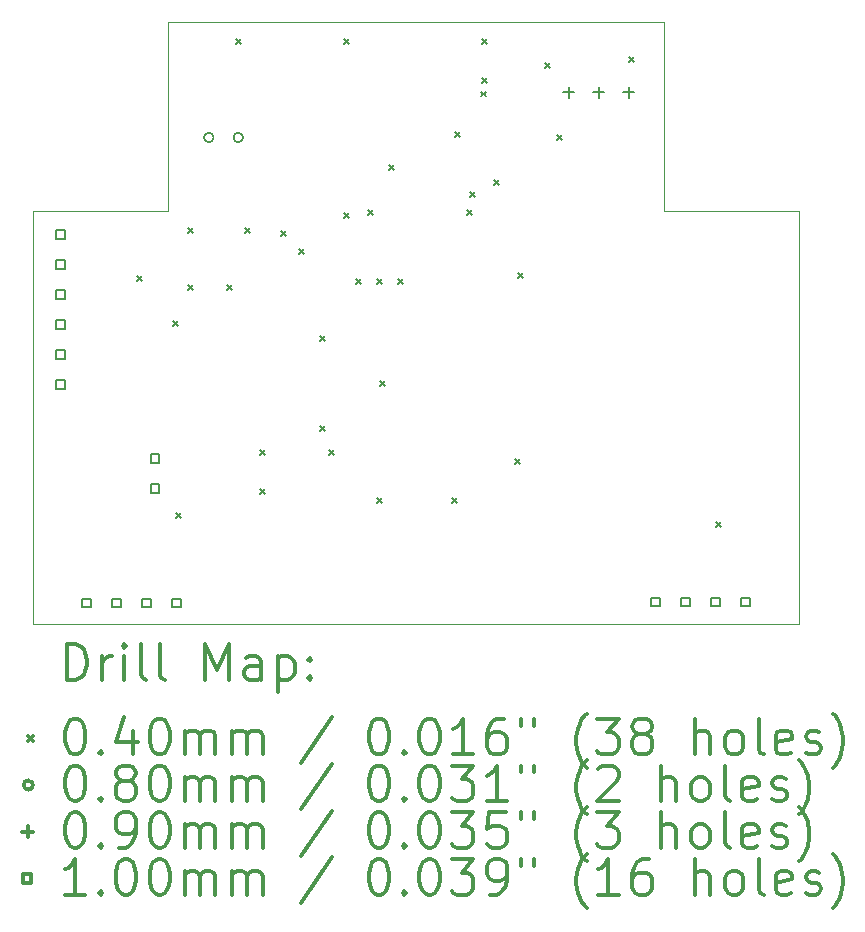
<source format=gbr>
%FSLAX45Y45*%
G04 Gerber Fmt 4.5, Leading zero omitted, Abs format (unit mm)*
G04 Created by KiCad (PCBNEW 5.1.9+dfsg1-1) date 2021-05-25 15:20:50*
%MOMM*%
%LPD*%
G01*
G04 APERTURE LIST*
%TA.AperFunction,Profile*%
%ADD10C,0.050000*%
%TD*%
%ADD11C,0.200000*%
%ADD12C,0.300000*%
G04 APERTURE END LIST*
D10*
X16910000Y-6440000D02*
X16910000Y-4840000D01*
X12710000Y-6440000D02*
X11570000Y-6440000D01*
X12710000Y-4840000D02*
X12710000Y-6440000D01*
X11570000Y-6440000D02*
X11570000Y-9940000D01*
X18050000Y-6440000D02*
X16910000Y-6440000D01*
X18050000Y-9940000D02*
X18050000Y-6440000D01*
X11570000Y-9940000D02*
X18050000Y-9940000D01*
X16910000Y-4840000D02*
X12710000Y-4840000D01*
D11*
X12451400Y-6990400D02*
X12491400Y-7030400D01*
X12491400Y-6990400D02*
X12451400Y-7030400D01*
X12756200Y-7371400D02*
X12796200Y-7411400D01*
X12796200Y-7371400D02*
X12756200Y-7411400D01*
X12781600Y-8997000D02*
X12821600Y-9037000D01*
X12821600Y-8997000D02*
X12781600Y-9037000D01*
X12883200Y-6584000D02*
X12923200Y-6624000D01*
X12923200Y-6584000D02*
X12883200Y-6624000D01*
X12883200Y-7066600D02*
X12923200Y-7106600D01*
X12923200Y-7066600D02*
X12883200Y-7106600D01*
X13213400Y-7066600D02*
X13253400Y-7106600D01*
X13253400Y-7066600D02*
X13213400Y-7106600D01*
X13289600Y-4983800D02*
X13329600Y-5023800D01*
X13329600Y-4983800D02*
X13289600Y-5023800D01*
X13365800Y-6584000D02*
X13405800Y-6624000D01*
X13405800Y-6584000D02*
X13365800Y-6624000D01*
X13492800Y-8463600D02*
X13532800Y-8503600D01*
X13532800Y-8463600D02*
X13492800Y-8503600D01*
X13492800Y-8793800D02*
X13532800Y-8833800D01*
X13532800Y-8793800D02*
X13492800Y-8833800D01*
X13670600Y-6609400D02*
X13710600Y-6649400D01*
X13710600Y-6609400D02*
X13670600Y-6649400D01*
X13823000Y-6761800D02*
X13863000Y-6801800D01*
X13863000Y-6761800D02*
X13823000Y-6801800D01*
X14000800Y-7498400D02*
X14040800Y-7538400D01*
X14040800Y-7498400D02*
X14000800Y-7538400D01*
X14000800Y-8260400D02*
X14040800Y-8300400D01*
X14040800Y-8260400D02*
X14000800Y-8300400D01*
X14077000Y-8463600D02*
X14117000Y-8503600D01*
X14117000Y-8463600D02*
X14077000Y-8503600D01*
X14204000Y-4983800D02*
X14244000Y-5023800D01*
X14244000Y-4983800D02*
X14204000Y-5023800D01*
X14204000Y-6457000D02*
X14244000Y-6497000D01*
X14244000Y-6457000D02*
X14204000Y-6497000D01*
X14305600Y-7015800D02*
X14345600Y-7055800D01*
X14345600Y-7015800D02*
X14305600Y-7055800D01*
X14407200Y-6431600D02*
X14447200Y-6471600D01*
X14447200Y-6431600D02*
X14407200Y-6471600D01*
X14483400Y-7015800D02*
X14523400Y-7055800D01*
X14523400Y-7015800D02*
X14483400Y-7055800D01*
X14483400Y-8870000D02*
X14523400Y-8910000D01*
X14523400Y-8870000D02*
X14483400Y-8910000D01*
X14508800Y-7879400D02*
X14548800Y-7919400D01*
X14548800Y-7879400D02*
X14508800Y-7919400D01*
X14585000Y-6050600D02*
X14625000Y-6090600D01*
X14625000Y-6050600D02*
X14585000Y-6090600D01*
X14661200Y-7015800D02*
X14701200Y-7055800D01*
X14701200Y-7015800D02*
X14661200Y-7055800D01*
X15118400Y-8870000D02*
X15158400Y-8910000D01*
X15158400Y-8870000D02*
X15118400Y-8910000D01*
X15143800Y-5771200D02*
X15183800Y-5811200D01*
X15183800Y-5771200D02*
X15143800Y-5811200D01*
X15245400Y-6431600D02*
X15285400Y-6471600D01*
X15285400Y-6431600D02*
X15245400Y-6471600D01*
X15270800Y-6279200D02*
X15310800Y-6319200D01*
X15310800Y-6279200D02*
X15270800Y-6319200D01*
X15360400Y-5427600D02*
X15400400Y-5467600D01*
X15400400Y-5427600D02*
X15360400Y-5467600D01*
X15372400Y-4983800D02*
X15412400Y-5023800D01*
X15412400Y-4983800D02*
X15372400Y-5023800D01*
X15372400Y-5314000D02*
X15412400Y-5354000D01*
X15412400Y-5314000D02*
X15372400Y-5354000D01*
X15474000Y-6177600D02*
X15514000Y-6217600D01*
X15514000Y-6177600D02*
X15474000Y-6217600D01*
X15651800Y-8539800D02*
X15691800Y-8579800D01*
X15691800Y-8539800D02*
X15651800Y-8579800D01*
X15677200Y-6965000D02*
X15717200Y-7005000D01*
X15717200Y-6965000D02*
X15677200Y-7005000D01*
X15905800Y-5187000D02*
X15945800Y-5227000D01*
X15945800Y-5187000D02*
X15905800Y-5227000D01*
X16007400Y-5796600D02*
X16047400Y-5836600D01*
X16047400Y-5796600D02*
X16007400Y-5836600D01*
X16617000Y-5136200D02*
X16657000Y-5176200D01*
X16657000Y-5136200D02*
X16617000Y-5176200D01*
X17353600Y-9073200D02*
X17393600Y-9113200D01*
X17393600Y-9073200D02*
X17353600Y-9113200D01*
X13095600Y-5816600D02*
G75*
G03*
X13095600Y-5816600I-40000J0D01*
G01*
X13345600Y-5816600D02*
G75*
G03*
X13345600Y-5816600I-40000J0D01*
G01*
X16103600Y-5390600D02*
X16103600Y-5480600D01*
X16058600Y-5435600D02*
X16148600Y-5435600D01*
X16357600Y-5390600D02*
X16357600Y-5480600D01*
X16312600Y-5435600D02*
X16402600Y-5435600D01*
X16611600Y-5390600D02*
X16611600Y-5480600D01*
X16566600Y-5435600D02*
X16656600Y-5435600D01*
X11836416Y-6674856D02*
X11836416Y-6604144D01*
X11765704Y-6604144D01*
X11765704Y-6674856D01*
X11836416Y-6674856D01*
X11836416Y-6928856D02*
X11836416Y-6858144D01*
X11765704Y-6858144D01*
X11765704Y-6928856D01*
X11836416Y-6928856D01*
X11836416Y-7182856D02*
X11836416Y-7112144D01*
X11765704Y-7112144D01*
X11765704Y-7182856D01*
X11836416Y-7182856D01*
X11836416Y-7436856D02*
X11836416Y-7366144D01*
X11765704Y-7366144D01*
X11765704Y-7436856D01*
X11836416Y-7436856D01*
X11836416Y-7690856D02*
X11836416Y-7620144D01*
X11765704Y-7620144D01*
X11765704Y-7690856D01*
X11836416Y-7690856D01*
X11836416Y-7944856D02*
X11836416Y-7874144D01*
X11765704Y-7874144D01*
X11765704Y-7944856D01*
X11836416Y-7944856D01*
X12055356Y-9795356D02*
X12055356Y-9724644D01*
X11984644Y-9724644D01*
X11984644Y-9795356D01*
X12055356Y-9795356D01*
X12309356Y-9795356D02*
X12309356Y-9724644D01*
X12238644Y-9724644D01*
X12238644Y-9795356D01*
X12309356Y-9795356D01*
X12563356Y-9795356D02*
X12563356Y-9724644D01*
X12492644Y-9724644D01*
X12492644Y-9795356D01*
X12563356Y-9795356D01*
X12633756Y-8569756D02*
X12633756Y-8499044D01*
X12563044Y-8499044D01*
X12563044Y-8569756D01*
X12633756Y-8569756D01*
X12633756Y-8823756D02*
X12633756Y-8753044D01*
X12563044Y-8753044D01*
X12563044Y-8823756D01*
X12633756Y-8823756D01*
X12817356Y-9795356D02*
X12817356Y-9724644D01*
X12746644Y-9724644D01*
X12746644Y-9795356D01*
X12817356Y-9795356D01*
X16873356Y-9785356D02*
X16873356Y-9714644D01*
X16802644Y-9714644D01*
X16802644Y-9785356D01*
X16873356Y-9785356D01*
X17127356Y-9785356D02*
X17127356Y-9714644D01*
X17056644Y-9714644D01*
X17056644Y-9785356D01*
X17127356Y-9785356D01*
X17381356Y-9785356D02*
X17381356Y-9714644D01*
X17310644Y-9714644D01*
X17310644Y-9785356D01*
X17381356Y-9785356D01*
X17635356Y-9785356D02*
X17635356Y-9714644D01*
X17564644Y-9714644D01*
X17564644Y-9785356D01*
X17635356Y-9785356D01*
D12*
X11853928Y-10408214D02*
X11853928Y-10108214D01*
X11925357Y-10108214D01*
X11968214Y-10122500D01*
X11996786Y-10151072D01*
X12011071Y-10179643D01*
X12025357Y-10236786D01*
X12025357Y-10279643D01*
X12011071Y-10336786D01*
X11996786Y-10365357D01*
X11968214Y-10393929D01*
X11925357Y-10408214D01*
X11853928Y-10408214D01*
X12153928Y-10408214D02*
X12153928Y-10208214D01*
X12153928Y-10265357D02*
X12168214Y-10236786D01*
X12182500Y-10222500D01*
X12211071Y-10208214D01*
X12239643Y-10208214D01*
X12339643Y-10408214D02*
X12339643Y-10208214D01*
X12339643Y-10108214D02*
X12325357Y-10122500D01*
X12339643Y-10136786D01*
X12353928Y-10122500D01*
X12339643Y-10108214D01*
X12339643Y-10136786D01*
X12525357Y-10408214D02*
X12496786Y-10393929D01*
X12482500Y-10365357D01*
X12482500Y-10108214D01*
X12682500Y-10408214D02*
X12653928Y-10393929D01*
X12639643Y-10365357D01*
X12639643Y-10108214D01*
X13025357Y-10408214D02*
X13025357Y-10108214D01*
X13125357Y-10322500D01*
X13225357Y-10108214D01*
X13225357Y-10408214D01*
X13496786Y-10408214D02*
X13496786Y-10251072D01*
X13482500Y-10222500D01*
X13453928Y-10208214D01*
X13396786Y-10208214D01*
X13368214Y-10222500D01*
X13496786Y-10393929D02*
X13468214Y-10408214D01*
X13396786Y-10408214D01*
X13368214Y-10393929D01*
X13353928Y-10365357D01*
X13353928Y-10336786D01*
X13368214Y-10308214D01*
X13396786Y-10293929D01*
X13468214Y-10293929D01*
X13496786Y-10279643D01*
X13639643Y-10208214D02*
X13639643Y-10508214D01*
X13639643Y-10222500D02*
X13668214Y-10208214D01*
X13725357Y-10208214D01*
X13753928Y-10222500D01*
X13768214Y-10236786D01*
X13782500Y-10265357D01*
X13782500Y-10351072D01*
X13768214Y-10379643D01*
X13753928Y-10393929D01*
X13725357Y-10408214D01*
X13668214Y-10408214D01*
X13639643Y-10393929D01*
X13911071Y-10379643D02*
X13925357Y-10393929D01*
X13911071Y-10408214D01*
X13896786Y-10393929D01*
X13911071Y-10379643D01*
X13911071Y-10408214D01*
X13911071Y-10222500D02*
X13925357Y-10236786D01*
X13911071Y-10251072D01*
X13896786Y-10236786D01*
X13911071Y-10222500D01*
X13911071Y-10251072D01*
X11527500Y-10882500D02*
X11567500Y-10922500D01*
X11567500Y-10882500D02*
X11527500Y-10922500D01*
X11911071Y-10738214D02*
X11939643Y-10738214D01*
X11968214Y-10752500D01*
X11982500Y-10766786D01*
X11996786Y-10795357D01*
X12011071Y-10852500D01*
X12011071Y-10923929D01*
X11996786Y-10981072D01*
X11982500Y-11009643D01*
X11968214Y-11023929D01*
X11939643Y-11038214D01*
X11911071Y-11038214D01*
X11882500Y-11023929D01*
X11868214Y-11009643D01*
X11853928Y-10981072D01*
X11839643Y-10923929D01*
X11839643Y-10852500D01*
X11853928Y-10795357D01*
X11868214Y-10766786D01*
X11882500Y-10752500D01*
X11911071Y-10738214D01*
X12139643Y-11009643D02*
X12153928Y-11023929D01*
X12139643Y-11038214D01*
X12125357Y-11023929D01*
X12139643Y-11009643D01*
X12139643Y-11038214D01*
X12411071Y-10838214D02*
X12411071Y-11038214D01*
X12339643Y-10723929D02*
X12268214Y-10938214D01*
X12453928Y-10938214D01*
X12625357Y-10738214D02*
X12653928Y-10738214D01*
X12682500Y-10752500D01*
X12696786Y-10766786D01*
X12711071Y-10795357D01*
X12725357Y-10852500D01*
X12725357Y-10923929D01*
X12711071Y-10981072D01*
X12696786Y-11009643D01*
X12682500Y-11023929D01*
X12653928Y-11038214D01*
X12625357Y-11038214D01*
X12596786Y-11023929D01*
X12582500Y-11009643D01*
X12568214Y-10981072D01*
X12553928Y-10923929D01*
X12553928Y-10852500D01*
X12568214Y-10795357D01*
X12582500Y-10766786D01*
X12596786Y-10752500D01*
X12625357Y-10738214D01*
X12853928Y-11038214D02*
X12853928Y-10838214D01*
X12853928Y-10866786D02*
X12868214Y-10852500D01*
X12896786Y-10838214D01*
X12939643Y-10838214D01*
X12968214Y-10852500D01*
X12982500Y-10881072D01*
X12982500Y-11038214D01*
X12982500Y-10881072D02*
X12996786Y-10852500D01*
X13025357Y-10838214D01*
X13068214Y-10838214D01*
X13096786Y-10852500D01*
X13111071Y-10881072D01*
X13111071Y-11038214D01*
X13253928Y-11038214D02*
X13253928Y-10838214D01*
X13253928Y-10866786D02*
X13268214Y-10852500D01*
X13296786Y-10838214D01*
X13339643Y-10838214D01*
X13368214Y-10852500D01*
X13382500Y-10881072D01*
X13382500Y-11038214D01*
X13382500Y-10881072D02*
X13396786Y-10852500D01*
X13425357Y-10838214D01*
X13468214Y-10838214D01*
X13496786Y-10852500D01*
X13511071Y-10881072D01*
X13511071Y-11038214D01*
X14096786Y-10723929D02*
X13839643Y-11109643D01*
X14482500Y-10738214D02*
X14511071Y-10738214D01*
X14539643Y-10752500D01*
X14553928Y-10766786D01*
X14568214Y-10795357D01*
X14582500Y-10852500D01*
X14582500Y-10923929D01*
X14568214Y-10981072D01*
X14553928Y-11009643D01*
X14539643Y-11023929D01*
X14511071Y-11038214D01*
X14482500Y-11038214D01*
X14453928Y-11023929D01*
X14439643Y-11009643D01*
X14425357Y-10981072D01*
X14411071Y-10923929D01*
X14411071Y-10852500D01*
X14425357Y-10795357D01*
X14439643Y-10766786D01*
X14453928Y-10752500D01*
X14482500Y-10738214D01*
X14711071Y-11009643D02*
X14725357Y-11023929D01*
X14711071Y-11038214D01*
X14696786Y-11023929D01*
X14711071Y-11009643D01*
X14711071Y-11038214D01*
X14911071Y-10738214D02*
X14939643Y-10738214D01*
X14968214Y-10752500D01*
X14982500Y-10766786D01*
X14996786Y-10795357D01*
X15011071Y-10852500D01*
X15011071Y-10923929D01*
X14996786Y-10981072D01*
X14982500Y-11009643D01*
X14968214Y-11023929D01*
X14939643Y-11038214D01*
X14911071Y-11038214D01*
X14882500Y-11023929D01*
X14868214Y-11009643D01*
X14853928Y-10981072D01*
X14839643Y-10923929D01*
X14839643Y-10852500D01*
X14853928Y-10795357D01*
X14868214Y-10766786D01*
X14882500Y-10752500D01*
X14911071Y-10738214D01*
X15296786Y-11038214D02*
X15125357Y-11038214D01*
X15211071Y-11038214D02*
X15211071Y-10738214D01*
X15182500Y-10781072D01*
X15153928Y-10809643D01*
X15125357Y-10823929D01*
X15553928Y-10738214D02*
X15496786Y-10738214D01*
X15468214Y-10752500D01*
X15453928Y-10766786D01*
X15425357Y-10809643D01*
X15411071Y-10866786D01*
X15411071Y-10981072D01*
X15425357Y-11009643D01*
X15439643Y-11023929D01*
X15468214Y-11038214D01*
X15525357Y-11038214D01*
X15553928Y-11023929D01*
X15568214Y-11009643D01*
X15582500Y-10981072D01*
X15582500Y-10909643D01*
X15568214Y-10881072D01*
X15553928Y-10866786D01*
X15525357Y-10852500D01*
X15468214Y-10852500D01*
X15439643Y-10866786D01*
X15425357Y-10881072D01*
X15411071Y-10909643D01*
X15696786Y-10738214D02*
X15696786Y-10795357D01*
X15811071Y-10738214D02*
X15811071Y-10795357D01*
X16253928Y-11152500D02*
X16239643Y-11138214D01*
X16211071Y-11095357D01*
X16196786Y-11066786D01*
X16182500Y-11023929D01*
X16168214Y-10952500D01*
X16168214Y-10895357D01*
X16182500Y-10823929D01*
X16196786Y-10781072D01*
X16211071Y-10752500D01*
X16239643Y-10709643D01*
X16253928Y-10695357D01*
X16339643Y-10738214D02*
X16525357Y-10738214D01*
X16425357Y-10852500D01*
X16468214Y-10852500D01*
X16496786Y-10866786D01*
X16511071Y-10881072D01*
X16525357Y-10909643D01*
X16525357Y-10981072D01*
X16511071Y-11009643D01*
X16496786Y-11023929D01*
X16468214Y-11038214D01*
X16382500Y-11038214D01*
X16353928Y-11023929D01*
X16339643Y-11009643D01*
X16696786Y-10866786D02*
X16668214Y-10852500D01*
X16653928Y-10838214D01*
X16639643Y-10809643D01*
X16639643Y-10795357D01*
X16653928Y-10766786D01*
X16668214Y-10752500D01*
X16696786Y-10738214D01*
X16753928Y-10738214D01*
X16782500Y-10752500D01*
X16796786Y-10766786D01*
X16811071Y-10795357D01*
X16811071Y-10809643D01*
X16796786Y-10838214D01*
X16782500Y-10852500D01*
X16753928Y-10866786D01*
X16696786Y-10866786D01*
X16668214Y-10881072D01*
X16653928Y-10895357D01*
X16639643Y-10923929D01*
X16639643Y-10981072D01*
X16653928Y-11009643D01*
X16668214Y-11023929D01*
X16696786Y-11038214D01*
X16753928Y-11038214D01*
X16782500Y-11023929D01*
X16796786Y-11009643D01*
X16811071Y-10981072D01*
X16811071Y-10923929D01*
X16796786Y-10895357D01*
X16782500Y-10881072D01*
X16753928Y-10866786D01*
X17168214Y-11038214D02*
X17168214Y-10738214D01*
X17296786Y-11038214D02*
X17296786Y-10881072D01*
X17282500Y-10852500D01*
X17253928Y-10838214D01*
X17211071Y-10838214D01*
X17182500Y-10852500D01*
X17168214Y-10866786D01*
X17482500Y-11038214D02*
X17453928Y-11023929D01*
X17439643Y-11009643D01*
X17425357Y-10981072D01*
X17425357Y-10895357D01*
X17439643Y-10866786D01*
X17453928Y-10852500D01*
X17482500Y-10838214D01*
X17525357Y-10838214D01*
X17553928Y-10852500D01*
X17568214Y-10866786D01*
X17582500Y-10895357D01*
X17582500Y-10981072D01*
X17568214Y-11009643D01*
X17553928Y-11023929D01*
X17525357Y-11038214D01*
X17482500Y-11038214D01*
X17753928Y-11038214D02*
X17725357Y-11023929D01*
X17711071Y-10995357D01*
X17711071Y-10738214D01*
X17982500Y-11023929D02*
X17953928Y-11038214D01*
X17896786Y-11038214D01*
X17868214Y-11023929D01*
X17853928Y-10995357D01*
X17853928Y-10881072D01*
X17868214Y-10852500D01*
X17896786Y-10838214D01*
X17953928Y-10838214D01*
X17982500Y-10852500D01*
X17996786Y-10881072D01*
X17996786Y-10909643D01*
X17853928Y-10938214D01*
X18111071Y-11023929D02*
X18139643Y-11038214D01*
X18196786Y-11038214D01*
X18225357Y-11023929D01*
X18239643Y-10995357D01*
X18239643Y-10981072D01*
X18225357Y-10952500D01*
X18196786Y-10938214D01*
X18153928Y-10938214D01*
X18125357Y-10923929D01*
X18111071Y-10895357D01*
X18111071Y-10881072D01*
X18125357Y-10852500D01*
X18153928Y-10838214D01*
X18196786Y-10838214D01*
X18225357Y-10852500D01*
X18339643Y-11152500D02*
X18353928Y-11138214D01*
X18382500Y-11095357D01*
X18396786Y-11066786D01*
X18411071Y-11023929D01*
X18425357Y-10952500D01*
X18425357Y-10895357D01*
X18411071Y-10823929D01*
X18396786Y-10781072D01*
X18382500Y-10752500D01*
X18353928Y-10709643D01*
X18339643Y-10695357D01*
X11567500Y-11298500D02*
G75*
G03*
X11567500Y-11298500I-40000J0D01*
G01*
X11911071Y-11134214D02*
X11939643Y-11134214D01*
X11968214Y-11148500D01*
X11982500Y-11162786D01*
X11996786Y-11191357D01*
X12011071Y-11248500D01*
X12011071Y-11319929D01*
X11996786Y-11377071D01*
X11982500Y-11405643D01*
X11968214Y-11419929D01*
X11939643Y-11434214D01*
X11911071Y-11434214D01*
X11882500Y-11419929D01*
X11868214Y-11405643D01*
X11853928Y-11377071D01*
X11839643Y-11319929D01*
X11839643Y-11248500D01*
X11853928Y-11191357D01*
X11868214Y-11162786D01*
X11882500Y-11148500D01*
X11911071Y-11134214D01*
X12139643Y-11405643D02*
X12153928Y-11419929D01*
X12139643Y-11434214D01*
X12125357Y-11419929D01*
X12139643Y-11405643D01*
X12139643Y-11434214D01*
X12325357Y-11262786D02*
X12296786Y-11248500D01*
X12282500Y-11234214D01*
X12268214Y-11205643D01*
X12268214Y-11191357D01*
X12282500Y-11162786D01*
X12296786Y-11148500D01*
X12325357Y-11134214D01*
X12382500Y-11134214D01*
X12411071Y-11148500D01*
X12425357Y-11162786D01*
X12439643Y-11191357D01*
X12439643Y-11205643D01*
X12425357Y-11234214D01*
X12411071Y-11248500D01*
X12382500Y-11262786D01*
X12325357Y-11262786D01*
X12296786Y-11277071D01*
X12282500Y-11291357D01*
X12268214Y-11319929D01*
X12268214Y-11377071D01*
X12282500Y-11405643D01*
X12296786Y-11419929D01*
X12325357Y-11434214D01*
X12382500Y-11434214D01*
X12411071Y-11419929D01*
X12425357Y-11405643D01*
X12439643Y-11377071D01*
X12439643Y-11319929D01*
X12425357Y-11291357D01*
X12411071Y-11277071D01*
X12382500Y-11262786D01*
X12625357Y-11134214D02*
X12653928Y-11134214D01*
X12682500Y-11148500D01*
X12696786Y-11162786D01*
X12711071Y-11191357D01*
X12725357Y-11248500D01*
X12725357Y-11319929D01*
X12711071Y-11377071D01*
X12696786Y-11405643D01*
X12682500Y-11419929D01*
X12653928Y-11434214D01*
X12625357Y-11434214D01*
X12596786Y-11419929D01*
X12582500Y-11405643D01*
X12568214Y-11377071D01*
X12553928Y-11319929D01*
X12553928Y-11248500D01*
X12568214Y-11191357D01*
X12582500Y-11162786D01*
X12596786Y-11148500D01*
X12625357Y-11134214D01*
X12853928Y-11434214D02*
X12853928Y-11234214D01*
X12853928Y-11262786D02*
X12868214Y-11248500D01*
X12896786Y-11234214D01*
X12939643Y-11234214D01*
X12968214Y-11248500D01*
X12982500Y-11277071D01*
X12982500Y-11434214D01*
X12982500Y-11277071D02*
X12996786Y-11248500D01*
X13025357Y-11234214D01*
X13068214Y-11234214D01*
X13096786Y-11248500D01*
X13111071Y-11277071D01*
X13111071Y-11434214D01*
X13253928Y-11434214D02*
X13253928Y-11234214D01*
X13253928Y-11262786D02*
X13268214Y-11248500D01*
X13296786Y-11234214D01*
X13339643Y-11234214D01*
X13368214Y-11248500D01*
X13382500Y-11277071D01*
X13382500Y-11434214D01*
X13382500Y-11277071D02*
X13396786Y-11248500D01*
X13425357Y-11234214D01*
X13468214Y-11234214D01*
X13496786Y-11248500D01*
X13511071Y-11277071D01*
X13511071Y-11434214D01*
X14096786Y-11119929D02*
X13839643Y-11505643D01*
X14482500Y-11134214D02*
X14511071Y-11134214D01*
X14539643Y-11148500D01*
X14553928Y-11162786D01*
X14568214Y-11191357D01*
X14582500Y-11248500D01*
X14582500Y-11319929D01*
X14568214Y-11377071D01*
X14553928Y-11405643D01*
X14539643Y-11419929D01*
X14511071Y-11434214D01*
X14482500Y-11434214D01*
X14453928Y-11419929D01*
X14439643Y-11405643D01*
X14425357Y-11377071D01*
X14411071Y-11319929D01*
X14411071Y-11248500D01*
X14425357Y-11191357D01*
X14439643Y-11162786D01*
X14453928Y-11148500D01*
X14482500Y-11134214D01*
X14711071Y-11405643D02*
X14725357Y-11419929D01*
X14711071Y-11434214D01*
X14696786Y-11419929D01*
X14711071Y-11405643D01*
X14711071Y-11434214D01*
X14911071Y-11134214D02*
X14939643Y-11134214D01*
X14968214Y-11148500D01*
X14982500Y-11162786D01*
X14996786Y-11191357D01*
X15011071Y-11248500D01*
X15011071Y-11319929D01*
X14996786Y-11377071D01*
X14982500Y-11405643D01*
X14968214Y-11419929D01*
X14939643Y-11434214D01*
X14911071Y-11434214D01*
X14882500Y-11419929D01*
X14868214Y-11405643D01*
X14853928Y-11377071D01*
X14839643Y-11319929D01*
X14839643Y-11248500D01*
X14853928Y-11191357D01*
X14868214Y-11162786D01*
X14882500Y-11148500D01*
X14911071Y-11134214D01*
X15111071Y-11134214D02*
X15296786Y-11134214D01*
X15196786Y-11248500D01*
X15239643Y-11248500D01*
X15268214Y-11262786D01*
X15282500Y-11277071D01*
X15296786Y-11305643D01*
X15296786Y-11377071D01*
X15282500Y-11405643D01*
X15268214Y-11419929D01*
X15239643Y-11434214D01*
X15153928Y-11434214D01*
X15125357Y-11419929D01*
X15111071Y-11405643D01*
X15582500Y-11434214D02*
X15411071Y-11434214D01*
X15496786Y-11434214D02*
X15496786Y-11134214D01*
X15468214Y-11177072D01*
X15439643Y-11205643D01*
X15411071Y-11219929D01*
X15696786Y-11134214D02*
X15696786Y-11191357D01*
X15811071Y-11134214D02*
X15811071Y-11191357D01*
X16253928Y-11548500D02*
X16239643Y-11534214D01*
X16211071Y-11491357D01*
X16196786Y-11462786D01*
X16182500Y-11419929D01*
X16168214Y-11348500D01*
X16168214Y-11291357D01*
X16182500Y-11219929D01*
X16196786Y-11177072D01*
X16211071Y-11148500D01*
X16239643Y-11105643D01*
X16253928Y-11091357D01*
X16353928Y-11162786D02*
X16368214Y-11148500D01*
X16396786Y-11134214D01*
X16468214Y-11134214D01*
X16496786Y-11148500D01*
X16511071Y-11162786D01*
X16525357Y-11191357D01*
X16525357Y-11219929D01*
X16511071Y-11262786D01*
X16339643Y-11434214D01*
X16525357Y-11434214D01*
X16882500Y-11434214D02*
X16882500Y-11134214D01*
X17011071Y-11434214D02*
X17011071Y-11277071D01*
X16996786Y-11248500D01*
X16968214Y-11234214D01*
X16925357Y-11234214D01*
X16896786Y-11248500D01*
X16882500Y-11262786D01*
X17196786Y-11434214D02*
X17168214Y-11419929D01*
X17153928Y-11405643D01*
X17139643Y-11377071D01*
X17139643Y-11291357D01*
X17153928Y-11262786D01*
X17168214Y-11248500D01*
X17196786Y-11234214D01*
X17239643Y-11234214D01*
X17268214Y-11248500D01*
X17282500Y-11262786D01*
X17296786Y-11291357D01*
X17296786Y-11377071D01*
X17282500Y-11405643D01*
X17268214Y-11419929D01*
X17239643Y-11434214D01*
X17196786Y-11434214D01*
X17468214Y-11434214D02*
X17439643Y-11419929D01*
X17425357Y-11391357D01*
X17425357Y-11134214D01*
X17696786Y-11419929D02*
X17668214Y-11434214D01*
X17611071Y-11434214D01*
X17582500Y-11419929D01*
X17568214Y-11391357D01*
X17568214Y-11277071D01*
X17582500Y-11248500D01*
X17611071Y-11234214D01*
X17668214Y-11234214D01*
X17696786Y-11248500D01*
X17711071Y-11277071D01*
X17711071Y-11305643D01*
X17568214Y-11334214D01*
X17825357Y-11419929D02*
X17853928Y-11434214D01*
X17911071Y-11434214D01*
X17939643Y-11419929D01*
X17953928Y-11391357D01*
X17953928Y-11377071D01*
X17939643Y-11348500D01*
X17911071Y-11334214D01*
X17868214Y-11334214D01*
X17839643Y-11319929D01*
X17825357Y-11291357D01*
X17825357Y-11277071D01*
X17839643Y-11248500D01*
X17868214Y-11234214D01*
X17911071Y-11234214D01*
X17939643Y-11248500D01*
X18053928Y-11548500D02*
X18068214Y-11534214D01*
X18096786Y-11491357D01*
X18111071Y-11462786D01*
X18125357Y-11419929D01*
X18139643Y-11348500D01*
X18139643Y-11291357D01*
X18125357Y-11219929D01*
X18111071Y-11177072D01*
X18096786Y-11148500D01*
X18068214Y-11105643D01*
X18053928Y-11091357D01*
X11522500Y-11649500D02*
X11522500Y-11739500D01*
X11477500Y-11694500D02*
X11567500Y-11694500D01*
X11911071Y-11530214D02*
X11939643Y-11530214D01*
X11968214Y-11544500D01*
X11982500Y-11558786D01*
X11996786Y-11587357D01*
X12011071Y-11644500D01*
X12011071Y-11715929D01*
X11996786Y-11773071D01*
X11982500Y-11801643D01*
X11968214Y-11815929D01*
X11939643Y-11830214D01*
X11911071Y-11830214D01*
X11882500Y-11815929D01*
X11868214Y-11801643D01*
X11853928Y-11773071D01*
X11839643Y-11715929D01*
X11839643Y-11644500D01*
X11853928Y-11587357D01*
X11868214Y-11558786D01*
X11882500Y-11544500D01*
X11911071Y-11530214D01*
X12139643Y-11801643D02*
X12153928Y-11815929D01*
X12139643Y-11830214D01*
X12125357Y-11815929D01*
X12139643Y-11801643D01*
X12139643Y-11830214D01*
X12296786Y-11830214D02*
X12353928Y-11830214D01*
X12382500Y-11815929D01*
X12396786Y-11801643D01*
X12425357Y-11758786D01*
X12439643Y-11701643D01*
X12439643Y-11587357D01*
X12425357Y-11558786D01*
X12411071Y-11544500D01*
X12382500Y-11530214D01*
X12325357Y-11530214D01*
X12296786Y-11544500D01*
X12282500Y-11558786D01*
X12268214Y-11587357D01*
X12268214Y-11658786D01*
X12282500Y-11687357D01*
X12296786Y-11701643D01*
X12325357Y-11715929D01*
X12382500Y-11715929D01*
X12411071Y-11701643D01*
X12425357Y-11687357D01*
X12439643Y-11658786D01*
X12625357Y-11530214D02*
X12653928Y-11530214D01*
X12682500Y-11544500D01*
X12696786Y-11558786D01*
X12711071Y-11587357D01*
X12725357Y-11644500D01*
X12725357Y-11715929D01*
X12711071Y-11773071D01*
X12696786Y-11801643D01*
X12682500Y-11815929D01*
X12653928Y-11830214D01*
X12625357Y-11830214D01*
X12596786Y-11815929D01*
X12582500Y-11801643D01*
X12568214Y-11773071D01*
X12553928Y-11715929D01*
X12553928Y-11644500D01*
X12568214Y-11587357D01*
X12582500Y-11558786D01*
X12596786Y-11544500D01*
X12625357Y-11530214D01*
X12853928Y-11830214D02*
X12853928Y-11630214D01*
X12853928Y-11658786D02*
X12868214Y-11644500D01*
X12896786Y-11630214D01*
X12939643Y-11630214D01*
X12968214Y-11644500D01*
X12982500Y-11673071D01*
X12982500Y-11830214D01*
X12982500Y-11673071D02*
X12996786Y-11644500D01*
X13025357Y-11630214D01*
X13068214Y-11630214D01*
X13096786Y-11644500D01*
X13111071Y-11673071D01*
X13111071Y-11830214D01*
X13253928Y-11830214D02*
X13253928Y-11630214D01*
X13253928Y-11658786D02*
X13268214Y-11644500D01*
X13296786Y-11630214D01*
X13339643Y-11630214D01*
X13368214Y-11644500D01*
X13382500Y-11673071D01*
X13382500Y-11830214D01*
X13382500Y-11673071D02*
X13396786Y-11644500D01*
X13425357Y-11630214D01*
X13468214Y-11630214D01*
X13496786Y-11644500D01*
X13511071Y-11673071D01*
X13511071Y-11830214D01*
X14096786Y-11515929D02*
X13839643Y-11901643D01*
X14482500Y-11530214D02*
X14511071Y-11530214D01*
X14539643Y-11544500D01*
X14553928Y-11558786D01*
X14568214Y-11587357D01*
X14582500Y-11644500D01*
X14582500Y-11715929D01*
X14568214Y-11773071D01*
X14553928Y-11801643D01*
X14539643Y-11815929D01*
X14511071Y-11830214D01*
X14482500Y-11830214D01*
X14453928Y-11815929D01*
X14439643Y-11801643D01*
X14425357Y-11773071D01*
X14411071Y-11715929D01*
X14411071Y-11644500D01*
X14425357Y-11587357D01*
X14439643Y-11558786D01*
X14453928Y-11544500D01*
X14482500Y-11530214D01*
X14711071Y-11801643D02*
X14725357Y-11815929D01*
X14711071Y-11830214D01*
X14696786Y-11815929D01*
X14711071Y-11801643D01*
X14711071Y-11830214D01*
X14911071Y-11530214D02*
X14939643Y-11530214D01*
X14968214Y-11544500D01*
X14982500Y-11558786D01*
X14996786Y-11587357D01*
X15011071Y-11644500D01*
X15011071Y-11715929D01*
X14996786Y-11773071D01*
X14982500Y-11801643D01*
X14968214Y-11815929D01*
X14939643Y-11830214D01*
X14911071Y-11830214D01*
X14882500Y-11815929D01*
X14868214Y-11801643D01*
X14853928Y-11773071D01*
X14839643Y-11715929D01*
X14839643Y-11644500D01*
X14853928Y-11587357D01*
X14868214Y-11558786D01*
X14882500Y-11544500D01*
X14911071Y-11530214D01*
X15111071Y-11530214D02*
X15296786Y-11530214D01*
X15196786Y-11644500D01*
X15239643Y-11644500D01*
X15268214Y-11658786D01*
X15282500Y-11673071D01*
X15296786Y-11701643D01*
X15296786Y-11773071D01*
X15282500Y-11801643D01*
X15268214Y-11815929D01*
X15239643Y-11830214D01*
X15153928Y-11830214D01*
X15125357Y-11815929D01*
X15111071Y-11801643D01*
X15568214Y-11530214D02*
X15425357Y-11530214D01*
X15411071Y-11673071D01*
X15425357Y-11658786D01*
X15453928Y-11644500D01*
X15525357Y-11644500D01*
X15553928Y-11658786D01*
X15568214Y-11673071D01*
X15582500Y-11701643D01*
X15582500Y-11773071D01*
X15568214Y-11801643D01*
X15553928Y-11815929D01*
X15525357Y-11830214D01*
X15453928Y-11830214D01*
X15425357Y-11815929D01*
X15411071Y-11801643D01*
X15696786Y-11530214D02*
X15696786Y-11587357D01*
X15811071Y-11530214D02*
X15811071Y-11587357D01*
X16253928Y-11944500D02*
X16239643Y-11930214D01*
X16211071Y-11887357D01*
X16196786Y-11858786D01*
X16182500Y-11815929D01*
X16168214Y-11744500D01*
X16168214Y-11687357D01*
X16182500Y-11615929D01*
X16196786Y-11573071D01*
X16211071Y-11544500D01*
X16239643Y-11501643D01*
X16253928Y-11487357D01*
X16339643Y-11530214D02*
X16525357Y-11530214D01*
X16425357Y-11644500D01*
X16468214Y-11644500D01*
X16496786Y-11658786D01*
X16511071Y-11673071D01*
X16525357Y-11701643D01*
X16525357Y-11773071D01*
X16511071Y-11801643D01*
X16496786Y-11815929D01*
X16468214Y-11830214D01*
X16382500Y-11830214D01*
X16353928Y-11815929D01*
X16339643Y-11801643D01*
X16882500Y-11830214D02*
X16882500Y-11530214D01*
X17011071Y-11830214D02*
X17011071Y-11673071D01*
X16996786Y-11644500D01*
X16968214Y-11630214D01*
X16925357Y-11630214D01*
X16896786Y-11644500D01*
X16882500Y-11658786D01*
X17196786Y-11830214D02*
X17168214Y-11815929D01*
X17153928Y-11801643D01*
X17139643Y-11773071D01*
X17139643Y-11687357D01*
X17153928Y-11658786D01*
X17168214Y-11644500D01*
X17196786Y-11630214D01*
X17239643Y-11630214D01*
X17268214Y-11644500D01*
X17282500Y-11658786D01*
X17296786Y-11687357D01*
X17296786Y-11773071D01*
X17282500Y-11801643D01*
X17268214Y-11815929D01*
X17239643Y-11830214D01*
X17196786Y-11830214D01*
X17468214Y-11830214D02*
X17439643Y-11815929D01*
X17425357Y-11787357D01*
X17425357Y-11530214D01*
X17696786Y-11815929D02*
X17668214Y-11830214D01*
X17611071Y-11830214D01*
X17582500Y-11815929D01*
X17568214Y-11787357D01*
X17568214Y-11673071D01*
X17582500Y-11644500D01*
X17611071Y-11630214D01*
X17668214Y-11630214D01*
X17696786Y-11644500D01*
X17711071Y-11673071D01*
X17711071Y-11701643D01*
X17568214Y-11730214D01*
X17825357Y-11815929D02*
X17853928Y-11830214D01*
X17911071Y-11830214D01*
X17939643Y-11815929D01*
X17953928Y-11787357D01*
X17953928Y-11773071D01*
X17939643Y-11744500D01*
X17911071Y-11730214D01*
X17868214Y-11730214D01*
X17839643Y-11715929D01*
X17825357Y-11687357D01*
X17825357Y-11673071D01*
X17839643Y-11644500D01*
X17868214Y-11630214D01*
X17911071Y-11630214D01*
X17939643Y-11644500D01*
X18053928Y-11944500D02*
X18068214Y-11930214D01*
X18096786Y-11887357D01*
X18111071Y-11858786D01*
X18125357Y-11815929D01*
X18139643Y-11744500D01*
X18139643Y-11687357D01*
X18125357Y-11615929D01*
X18111071Y-11573071D01*
X18096786Y-11544500D01*
X18068214Y-11501643D01*
X18053928Y-11487357D01*
X11552856Y-12125856D02*
X11552856Y-12055144D01*
X11482144Y-12055144D01*
X11482144Y-12125856D01*
X11552856Y-12125856D01*
X12011071Y-12226214D02*
X11839643Y-12226214D01*
X11925357Y-12226214D02*
X11925357Y-11926214D01*
X11896786Y-11969071D01*
X11868214Y-11997643D01*
X11839643Y-12011929D01*
X12139643Y-12197643D02*
X12153928Y-12211929D01*
X12139643Y-12226214D01*
X12125357Y-12211929D01*
X12139643Y-12197643D01*
X12139643Y-12226214D01*
X12339643Y-11926214D02*
X12368214Y-11926214D01*
X12396786Y-11940500D01*
X12411071Y-11954786D01*
X12425357Y-11983357D01*
X12439643Y-12040500D01*
X12439643Y-12111929D01*
X12425357Y-12169071D01*
X12411071Y-12197643D01*
X12396786Y-12211929D01*
X12368214Y-12226214D01*
X12339643Y-12226214D01*
X12311071Y-12211929D01*
X12296786Y-12197643D01*
X12282500Y-12169071D01*
X12268214Y-12111929D01*
X12268214Y-12040500D01*
X12282500Y-11983357D01*
X12296786Y-11954786D01*
X12311071Y-11940500D01*
X12339643Y-11926214D01*
X12625357Y-11926214D02*
X12653928Y-11926214D01*
X12682500Y-11940500D01*
X12696786Y-11954786D01*
X12711071Y-11983357D01*
X12725357Y-12040500D01*
X12725357Y-12111929D01*
X12711071Y-12169071D01*
X12696786Y-12197643D01*
X12682500Y-12211929D01*
X12653928Y-12226214D01*
X12625357Y-12226214D01*
X12596786Y-12211929D01*
X12582500Y-12197643D01*
X12568214Y-12169071D01*
X12553928Y-12111929D01*
X12553928Y-12040500D01*
X12568214Y-11983357D01*
X12582500Y-11954786D01*
X12596786Y-11940500D01*
X12625357Y-11926214D01*
X12853928Y-12226214D02*
X12853928Y-12026214D01*
X12853928Y-12054786D02*
X12868214Y-12040500D01*
X12896786Y-12026214D01*
X12939643Y-12026214D01*
X12968214Y-12040500D01*
X12982500Y-12069071D01*
X12982500Y-12226214D01*
X12982500Y-12069071D02*
X12996786Y-12040500D01*
X13025357Y-12026214D01*
X13068214Y-12026214D01*
X13096786Y-12040500D01*
X13111071Y-12069071D01*
X13111071Y-12226214D01*
X13253928Y-12226214D02*
X13253928Y-12026214D01*
X13253928Y-12054786D02*
X13268214Y-12040500D01*
X13296786Y-12026214D01*
X13339643Y-12026214D01*
X13368214Y-12040500D01*
X13382500Y-12069071D01*
X13382500Y-12226214D01*
X13382500Y-12069071D02*
X13396786Y-12040500D01*
X13425357Y-12026214D01*
X13468214Y-12026214D01*
X13496786Y-12040500D01*
X13511071Y-12069071D01*
X13511071Y-12226214D01*
X14096786Y-11911929D02*
X13839643Y-12297643D01*
X14482500Y-11926214D02*
X14511071Y-11926214D01*
X14539643Y-11940500D01*
X14553928Y-11954786D01*
X14568214Y-11983357D01*
X14582500Y-12040500D01*
X14582500Y-12111929D01*
X14568214Y-12169071D01*
X14553928Y-12197643D01*
X14539643Y-12211929D01*
X14511071Y-12226214D01*
X14482500Y-12226214D01*
X14453928Y-12211929D01*
X14439643Y-12197643D01*
X14425357Y-12169071D01*
X14411071Y-12111929D01*
X14411071Y-12040500D01*
X14425357Y-11983357D01*
X14439643Y-11954786D01*
X14453928Y-11940500D01*
X14482500Y-11926214D01*
X14711071Y-12197643D02*
X14725357Y-12211929D01*
X14711071Y-12226214D01*
X14696786Y-12211929D01*
X14711071Y-12197643D01*
X14711071Y-12226214D01*
X14911071Y-11926214D02*
X14939643Y-11926214D01*
X14968214Y-11940500D01*
X14982500Y-11954786D01*
X14996786Y-11983357D01*
X15011071Y-12040500D01*
X15011071Y-12111929D01*
X14996786Y-12169071D01*
X14982500Y-12197643D01*
X14968214Y-12211929D01*
X14939643Y-12226214D01*
X14911071Y-12226214D01*
X14882500Y-12211929D01*
X14868214Y-12197643D01*
X14853928Y-12169071D01*
X14839643Y-12111929D01*
X14839643Y-12040500D01*
X14853928Y-11983357D01*
X14868214Y-11954786D01*
X14882500Y-11940500D01*
X14911071Y-11926214D01*
X15111071Y-11926214D02*
X15296786Y-11926214D01*
X15196786Y-12040500D01*
X15239643Y-12040500D01*
X15268214Y-12054786D01*
X15282500Y-12069071D01*
X15296786Y-12097643D01*
X15296786Y-12169071D01*
X15282500Y-12197643D01*
X15268214Y-12211929D01*
X15239643Y-12226214D01*
X15153928Y-12226214D01*
X15125357Y-12211929D01*
X15111071Y-12197643D01*
X15439643Y-12226214D02*
X15496786Y-12226214D01*
X15525357Y-12211929D01*
X15539643Y-12197643D01*
X15568214Y-12154786D01*
X15582500Y-12097643D01*
X15582500Y-11983357D01*
X15568214Y-11954786D01*
X15553928Y-11940500D01*
X15525357Y-11926214D01*
X15468214Y-11926214D01*
X15439643Y-11940500D01*
X15425357Y-11954786D01*
X15411071Y-11983357D01*
X15411071Y-12054786D01*
X15425357Y-12083357D01*
X15439643Y-12097643D01*
X15468214Y-12111929D01*
X15525357Y-12111929D01*
X15553928Y-12097643D01*
X15568214Y-12083357D01*
X15582500Y-12054786D01*
X15696786Y-11926214D02*
X15696786Y-11983357D01*
X15811071Y-11926214D02*
X15811071Y-11983357D01*
X16253928Y-12340500D02*
X16239643Y-12326214D01*
X16211071Y-12283357D01*
X16196786Y-12254786D01*
X16182500Y-12211929D01*
X16168214Y-12140500D01*
X16168214Y-12083357D01*
X16182500Y-12011929D01*
X16196786Y-11969071D01*
X16211071Y-11940500D01*
X16239643Y-11897643D01*
X16253928Y-11883357D01*
X16525357Y-12226214D02*
X16353928Y-12226214D01*
X16439643Y-12226214D02*
X16439643Y-11926214D01*
X16411071Y-11969071D01*
X16382500Y-11997643D01*
X16353928Y-12011929D01*
X16782500Y-11926214D02*
X16725357Y-11926214D01*
X16696786Y-11940500D01*
X16682500Y-11954786D01*
X16653928Y-11997643D01*
X16639643Y-12054786D01*
X16639643Y-12169071D01*
X16653928Y-12197643D01*
X16668214Y-12211929D01*
X16696786Y-12226214D01*
X16753928Y-12226214D01*
X16782500Y-12211929D01*
X16796786Y-12197643D01*
X16811071Y-12169071D01*
X16811071Y-12097643D01*
X16796786Y-12069071D01*
X16782500Y-12054786D01*
X16753928Y-12040500D01*
X16696786Y-12040500D01*
X16668214Y-12054786D01*
X16653928Y-12069071D01*
X16639643Y-12097643D01*
X17168214Y-12226214D02*
X17168214Y-11926214D01*
X17296786Y-12226214D02*
X17296786Y-12069071D01*
X17282500Y-12040500D01*
X17253928Y-12026214D01*
X17211071Y-12026214D01*
X17182500Y-12040500D01*
X17168214Y-12054786D01*
X17482500Y-12226214D02*
X17453928Y-12211929D01*
X17439643Y-12197643D01*
X17425357Y-12169071D01*
X17425357Y-12083357D01*
X17439643Y-12054786D01*
X17453928Y-12040500D01*
X17482500Y-12026214D01*
X17525357Y-12026214D01*
X17553928Y-12040500D01*
X17568214Y-12054786D01*
X17582500Y-12083357D01*
X17582500Y-12169071D01*
X17568214Y-12197643D01*
X17553928Y-12211929D01*
X17525357Y-12226214D01*
X17482500Y-12226214D01*
X17753928Y-12226214D02*
X17725357Y-12211929D01*
X17711071Y-12183357D01*
X17711071Y-11926214D01*
X17982500Y-12211929D02*
X17953928Y-12226214D01*
X17896786Y-12226214D01*
X17868214Y-12211929D01*
X17853928Y-12183357D01*
X17853928Y-12069071D01*
X17868214Y-12040500D01*
X17896786Y-12026214D01*
X17953928Y-12026214D01*
X17982500Y-12040500D01*
X17996786Y-12069071D01*
X17996786Y-12097643D01*
X17853928Y-12126214D01*
X18111071Y-12211929D02*
X18139643Y-12226214D01*
X18196786Y-12226214D01*
X18225357Y-12211929D01*
X18239643Y-12183357D01*
X18239643Y-12169071D01*
X18225357Y-12140500D01*
X18196786Y-12126214D01*
X18153928Y-12126214D01*
X18125357Y-12111929D01*
X18111071Y-12083357D01*
X18111071Y-12069071D01*
X18125357Y-12040500D01*
X18153928Y-12026214D01*
X18196786Y-12026214D01*
X18225357Y-12040500D01*
X18339643Y-12340500D02*
X18353928Y-12326214D01*
X18382500Y-12283357D01*
X18396786Y-12254786D01*
X18411071Y-12211929D01*
X18425357Y-12140500D01*
X18425357Y-12083357D01*
X18411071Y-12011929D01*
X18396786Y-11969071D01*
X18382500Y-11940500D01*
X18353928Y-11897643D01*
X18339643Y-11883357D01*
M02*

</source>
